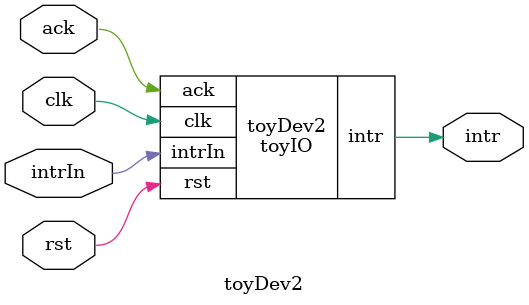
<source format=v>
/**
	\author: 	Trasier
	\date: 		2017/5/9
	\brief: 	TOY of the IO device
*/
module toyIO (
	intrIn, intr,
	ack, clk, rst
);
	input intrIn;
	output intr;
	input ack;
	input clk, rst;
	
	reg intr_r;
	
	always @(posedge clk) begin
		if (rst) begin
			intr_r <= 1'b0;
		end
		else if (ack) begin
			intr_r <= 1'b0;
		end
		else begin
			intr_r <= intr_r | intrIn;
		end
	end // end always
	
	assign intr = intr_r;

endmodule

module toyDev1 (
	intrIn, intr,
	ack, clk, rst
);

	input intrIn;
	output intr;
	input ack;
	input clk, rst;
	
	toyIO toyDev1 (
		.intrIn(intrIn),
		.intr(intr),
		.ack(ack),
		.clk(clk),
		.rst(rst)
	);

endmodule

module toyDev2 (
	intrIn, intr,
	ack, clk, rst
);

	input intrIn;
	output intr;
	input ack;
	input clk, rst;
	
	toyIO toyDev2 (
		.intrIn(intrIn),
		.intr(intr),
		.ack(ack),
		.clk(clk),
		.rst(rst)
	);

endmodule
</source>
